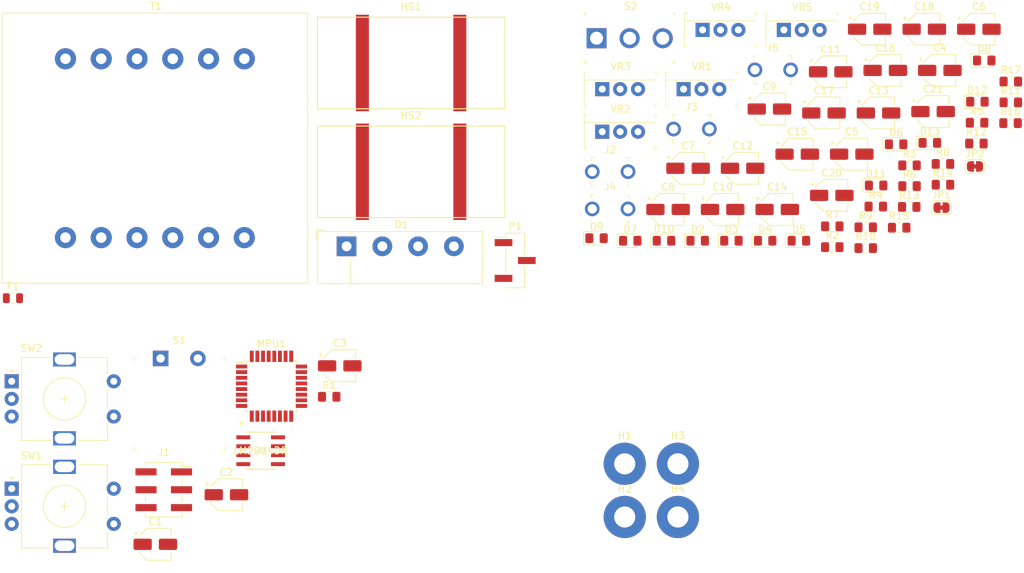
<source format=kicad_pcb>
(kicad_pcb (version 20171130) (host pcbnew "(5.1.4)-1")
  (layers (0 F.Cu signal) (31 B.Cu signal) (34 B.Paste user) (35 F.Paste user) (36 B.SilkS user) (37 F.SilkS user) (38 B.Mask user) (39 F.Mask user) (44 Edge.Cuts user))
  (net 0 "")
  (net 1 /PowerRegulation/PWR_AFT_SW)
  (net 2 +5V)
  (net 3 +3V3)
  (net 4 /PowerRegulation/Vo1)
  (net 5 /PowerRegulation/Vo2)
  (net 6 "/Digital Control and Display/Vo1_POP")
  (net 7 "/Digital Control and Display/Vo2_POP")
  (net 8 Earth)
  (net 9 "/Digital Control and Display/3.3v_D")
  (net 10 "Net-(C11-Pad1)")
  (net 11 "Net-(C12-Pad1)")
  (net 12 "Net-(C15-Pad1)")
  (net 13 "/Full Bridge Rectifier/RAIL+")
  (net 14 "/Full Bridge Rectifier/RAIL-")
  (net 15 "Net-(D1-Pad3)")
  (net 16 "Net-(D1-Pad4)")
  (net 17 "Net-(D4-Pad2)")
  (net 18 "Net-(D7-Pad2)")
  (net 19 "Net-(F1-Pad2)")
  (net 20 "Net-(F1-Pad1)")
  (net 21 "Net-(HS1-Pad1)")
  (net 22 "Net-(HS2-Pad1)")
  (net 23 "Net-(J1-Pad6)")
  (net 24 "Net-(J1-Pad5)")
  (net 25 "Net-(J1-Pad4)")
  (net 26 "Net-(J1-Pad3)")
  (net 27 "Net-(J1-Pad2)")
  (net 28 "Net-(J1-Pad1)")
  (net 29 "Net-(J2-Pad1)")
  (net 30 "Net-(J3-Pad1)")
  (net 31 "Net-(MPU1-Pad31)")
  (net 32 "Net-(MPU1-Pad28)")
  (net 33 "Net-(MPU1-Pad27)")
  (net 34 "Net-(MPU1-Pad26)")
  (net 35 "Net-(MPU1-Pad25)")
  (net 36 "Net-(MPU1-Pad24)")
  (net 37 "Net-(MPU1-Pad23)")
  (net 38 "Net-(MPU1-Pad22)")
  (net 39 "Net-(MPU1-Pad5)")
  (net 40 "Net-(MPU1-Pad2)")
  (net 41 "Net-(P1-Pad2)")
  (net 42 /PowerRegulation/RAIL+)
  (net 43 "Net-(R3-Pad2)")
  (net 44 "Net-(R7-Pad1)")
  (net 45 "/Digital Control and Display/Vo2_MES")
  (net 46 "/Digital Control and Display/Vo1_MES")
  (module MountingHole:MountingHole_3mm_Pad (layer F.Cu) (at 165.665 109.785)
    (fp_text reference H4 (at 0 -4) (layer F.SilkS))
    (fp_text value MountingHole_Pad)
    (pad 1 thru_hole circle (at 0 0) (size 6 6) (drill 3) (layers *.Cu *.Mask) (net 8 Earth))
  )
  (module MountingHole:MountingHole_3mm_Pad (layer F.Cu) (at 165.665 102.235)
    (fp_text reference H3 (at 0 -4) (layer F.SilkS))
    (fp_text value MountingHole_Pad)
    (pad 1 thru_hole circle (at 0 0) (size 6 6) (drill 3) (layers *.Cu *.Mask) (net 8 Earth))
  )
  (module MountingHole:MountingHole_3mm_Pad (layer F.Cu) (at 158.115 109.785)
    (fp_text reference H2 (at 0 -4) (layer F.SilkS))
    (fp_text value MountingHole_Pad)
    (pad 1 thru_hole circle (at 0 0) (size 6 6) (drill 3) (layers *.Cu *.Mask) (net 8 Earth))
  )
  (module MountingHole:MountingHole_3mm_Pad (layer F.Cu) (at 158.115 102.235)
    (fp_text reference H1 (at 0 -4) (layer F.SilkS))
    (fp_text value MountingHole_Pad)
    (pad 1 thru_hole circle (at 0 0) (size 6 6) (drill 3) (layers *.Cu *.Mask) (net 8 Earth))
  )
  (module digikey-footprints:TO-220-3 (layer F.Cu) (at 180.72 40.605)
    (fp_text reference VR5 (at 2.62 -3.22) (layer F.SilkS))
    (fp_text value LM317T)
    (pad 3 thru_hole circle (at 5.08 0) (size 2 2) (drill 1) (layers *.Cu *.Mask) (net 1 /PowerRegulation/PWR_AFT_SW))
    (pad 2 thru_hole circle (at 2.54 0) (size 2 2) (drill 1) (layers *.Cu *.Mask) (net 5 /PowerRegulation/Vo2))
    (pad 1 thru_hole rect (at 0 0) (size 2 2) (drill 1) (layers *.Cu *.Mask) (net 8 Earth))
  )
  (module digikey-footprints:TO-220-3 (layer F.Cu) (at 169.17 40.605)
    (fp_text reference VR4 (at 2.62 -3.22) (layer F.SilkS))
    (fp_text value LM317T)
    (pad 3 thru_hole circle (at 5.08 0) (size 2 2) (drill 1) (layers *.Cu *.Mask) (net 1 /PowerRegulation/PWR_AFT_SW))
    (pad 2 thru_hole circle (at 2.54 0) (size 2 2) (drill 1) (layers *.Cu *.Mask) (net 4 /PowerRegulation/Vo1))
    (pad 1 thru_hole rect (at 0 0) (size 2 2) (drill 1) (layers *.Cu *.Mask) (net 8 Earth))
  )
  (module digikey-footprints:TO-220-3 (layer F.Cu) (at 154.92 49.015)
    (fp_text reference VR3 (at 2.62 -3.22) (layer F.SilkS))
    (fp_text value LM317T)
    (pad 3 thru_hole circle (at 5.08 0) (size 2 2) (drill 1) (layers *.Cu *.Mask) (net 2 +5V))
    (pad 2 thru_hole circle (at 2.54 0) (size 2 2) (drill 1) (layers *.Cu *.Mask) (net 9 "/Digital Control and Display/3.3v_D"))
    (pad 1 thru_hole rect (at 0 0) (size 2 2) (drill 1) (layers *.Cu *.Mask) (net 12 "Net-(C15-Pad1)"))
  )
  (module digikey-footprints:TO-220-3 (layer F.Cu) (at 154.92 55.065)
    (fp_text reference VR2 (at 2.62 -3.22) (layer F.SilkS))
    (fp_text value LM317T)
    (pad 3 thru_hole circle (at 5.08 0) (size 2 2) (drill 1) (layers *.Cu *.Mask) (net 2 +5V))
    (pad 2 thru_hole circle (at 2.54 0) (size 2 2) (drill 1) (layers *.Cu *.Mask) (net 3 +3V3))
    (pad 1 thru_hole rect (at 0 0) (size 2 2) (drill 1) (layers *.Cu *.Mask) (net 11 "Net-(C12-Pad1)"))
  )
  (module digikey-footprints:TO-220-3 (layer F.Cu) (at 166.47 49.015)
    (fp_text reference VR1 (at 2.62 -3.22) (layer F.SilkS))
    (fp_text value LM317T)
    (pad 3 thru_hole circle (at 5.08 0) (size 2 2) (drill 1) (layers *.Cu *.Mask) (net 1 /PowerRegulation/PWR_AFT_SW))
    (pad 2 thru_hole circle (at 2.54 0) (size 2 2) (drill 1) (layers *.Cu *.Mask) (net 2 +5V))
    (pad 1 thru_hole rect (at 0 0) (size 2 2) (drill 1) (layers *.Cu *.Mask) (net 10 "Net-(C11-Pad1)"))
  )
  (module footprints:LM2904DR (layer F.Cu) (at 106.3996 100.3721)
    (fp_text reference U1 (at 0 0) (layer F.SilkS))
    (fp_text value LM2904DR (at 0 0) (layer F.SilkS))
    (fp_text user * (at -2.7178 -3.6068) (layer F.SilkS))
    (pad 8 smd rect (at 2.4638 -1.905) (size 1.9812 0.5588) (layers F.Cu F.Paste F.Mask) (net 2 +5V))
    (pad 7 smd rect (at 2.4638 -0.635) (size 1.9812 0.5588) (layers F.Cu F.Paste F.Mask) (net 7 "/Digital Control and Display/Vo2_POP"))
    (pad 6 smd rect (at 2.4638 0.635) (size 1.9812 0.5588) (layers F.Cu F.Paste F.Mask) (net 7 "/Digital Control and Display/Vo2_POP"))
    (pad 5 smd rect (at 2.4638 1.905) (size 1.9812 0.5588) (layers F.Cu F.Paste F.Mask) (net 45 "/Digital Control and Display/Vo2_MES"))
    (pad 4 smd rect (at -2.4638 1.905) (size 1.9812 0.5588) (layers F.Cu F.Paste F.Mask) (net 8 Earth))
    (pad 3 smd rect (at -2.4638 0.635) (size 1.9812 0.5588) (layers F.Cu F.Paste F.Mask) (net 46 "/Digital Control and Display/Vo1_MES"))
    (pad 2 smd rect (at -2.4638 -0.635) (size 1.9812 0.5588) (layers F.Cu F.Paste F.Mask) (net 6 "/Digital Control and Display/Vo1_POP"))
    (pad 1 smd rect (at -2.4638 -1.905) (size 1.9812 0.5588) (layers F.Cu F.Paste F.Mask) (net 6 "/Digital Control and Display/Vo1_POP"))
  )
  (module Transformer_THT:Transformer_37x44 (layer F.Cu) (at 83.76 44.705)
    (fp_text reference T1 (at 7.75 -7.5) (layer F.SilkS))
    (fp_text value Transformer_1P_1S)
    (pad "" thru_hole circle (at 20.32 25.4) (size 3 3) (drill 1.5) (layers *.Cu *.Mask))
    (pad "" thru_hole circle (at 15.24 25.4) (size 3 3) (drill 1.5) (layers *.Cu *.Mask))
    (pad "" thru_hole circle (at 10.16 25.4) (size 3 3) (drill 1.5) (layers *.Cu *.Mask))
    (pad "" thru_hole circle (at 0 25.4) (size 3 3) (drill 1.5) (layers *.Cu *.Mask))
    (pad "" thru_hole circle (at 15.24 0) (size 3 3) (drill 1.5) (layers *.Cu *.Mask))
    (pad "" thru_hole circle (at 10.16 0) (size 3 3) (drill 1.5) (layers *.Cu *.Mask))
    (pad "" thru_hole circle (at 5.08 0) (size 3 3) (drill 1.5) (layers *.Cu *.Mask))
    (pad "" thru_hole circle (at -5.08 0) (size 3 3) (drill 1.5) (layers *.Cu *.Mask))
    (pad 1 thru_hole circle (at 0 0) (size 3 3) (drill 1.5) (layers *.Cu *.Mask) (net 20 "Net-(F1-Pad1)"))
    (pad 3 thru_hole circle (at 5.08 25.4) (size 3 3) (drill 1.5) (layers *.Cu *.Mask) (net 16 "Net-(D1-Pad4)"))
    (pad 4 thru_hole circle (at -5.08 25.4) (size 3 3) (drill 1.5) (layers *.Cu *.Mask) (net 15 "Net-(D1-Pad3)"))
    (pad 2 thru_hole circle (at 20.32 0) (size 3 3) (drill 1.5) (layers *.Cu *.Mask) (net 41 "Net-(P1-Pad2)"))
  )
  (module Rotary_Encoder:RotaryEncoder_Alps_EC11E-Switch_Vertical_H20mm (layer F.Cu) (at 71.04 90.515)
    (fp_text reference SW2 (at 2.8 -4.7) (layer F.SilkS))
    (fp_text value "RE Switch B")
    (pad A thru_hole rect (at 0 0) (size 2 2) (drill 1) (layers *.Cu *.Mask) (net 38 "Net-(MPU1-Pad22)"))
    (pad C thru_hole circle (at 0 2.5) (size 2 2) (drill 1) (layers *.Cu *.Mask) (net 37 "Net-(MPU1-Pad23)"))
    (pad B thru_hole circle (at 0 5) (size 2 2) (drill 1) (layers *.Cu *.Mask) (net 36 "Net-(MPU1-Pad24)"))
    (pad MP thru_hole rect (at 7.5 -3.1) (size 3.2 2) (drill oval 2.8 1.5) (layers *.Cu *.Mask))
    (pad MP thru_hole rect (at 7.5 8.1) (size 3.2 2) (drill oval 2.8 1.5) (layers *.Cu *.Mask))
    (pad S2 thru_hole circle (at 14.5 0) (size 2 2) (drill 1) (layers *.Cu *.Mask) (net 34 "Net-(MPU1-Pad26)"))
    (pad S1 thru_hole circle (at 14.5 5) (size 2 2) (drill 1) (layers *.Cu *.Mask) (net 35 "Net-(MPU1-Pad25)"))
  )
  (module Rotary_Encoder:RotaryEncoder_Alps_EC11E-Switch_Vertical_H20mm (layer F.Cu) (at 71.04 105.765)
    (fp_text reference SW1 (at 2.8 -4.7) (layer F.SilkS))
    (fp_text value "RE Switch A")
    (pad A thru_hole rect (at 0 0) (size 2 2) (drill 1) (layers *.Cu *.Mask) (net 39 "Net-(MPU1-Pad5)"))
    (pad C thru_hole circle (at 0 2.5) (size 2 2) (drill 1) (layers *.Cu *.Mask) (net 40 "Net-(MPU1-Pad2)"))
    (pad B thru_hole circle (at 0 5) (size 2 2) (drill 1) (layers *.Cu *.Mask) (net 31 "Net-(MPU1-Pad31)"))
    (pad MP thru_hole rect (at 7.5 -3.1) (size 3.2 2) (drill oval 2.8 1.5) (layers *.Cu *.Mask))
    (pad MP thru_hole rect (at 7.5 8.1) (size 3.2 2) (drill oval 2.8 1.5) (layers *.Cu *.Mask))
    (pad S2 thru_hole circle (at 14.5 0) (size 2 2) (drill 1) (layers *.Cu *.Mask) (net 33 "Net-(MPU1-Pad27)"))
    (pad S1 thru_hole circle (at 14.5 5) (size 2 2) (drill 1) (layers *.Cu *.Mask) (net 32 "Net-(MPU1-Pad28)"))
  )
  (module digikey-footprints:Toggle_Switch_100SP1T1B4M2QE (layer F.Cu) (at 154.11 41.785)
    (fp_text reference S2 (at 4.84 -4.55) (layer F.SilkS))
    (fp_text value 100SP1T1B4M2QE)
    (pad 3 thru_hole circle (at 9.4 0) (size 2.85 2.85) (drill 1.85) (layers *.Cu *.Mask) (net 42 /PowerRegulation/RAIL+))
    (pad 2 thru_hole circle (at 4.7 0) (size 2.85 2.85) (drill 1.85) (layers *.Cu *.Mask) (net 1 /PowerRegulation/PWR_AFT_SW))
    (pad 1 thru_hole rect (at 0 0) (size 2.85 2.85) (drill 1.85) (layers *.Cu *.Mask) (net 43 "Net-(R3-Pad2)"))
  )
  (module digikey-footprints:PushButton_12x12mm_THT_GPTS203211B (layer F.Cu) (at 92.19 87.265)
    (fp_text reference S1 (at 2.65 -2.57) (layer F.SilkS))
    (fp_text value GPTS203211B)
    (pad 2 thru_hole circle (at 5.3 0) (size 2.2 2.2) (drill 1.2) (layers *.Cu *.Mask) (net 26 "Net-(J1-Pad3)"))
    (pad 1 thru_hole rect (at 0 0) (size 2.2 2.2) (drill 1.2) (layers *.Cu *.Mask) (net 8 Earth))
  )
  (module Resistor_SMD:R_0805_2012Metric_Pad1.15x1.40mm_HandSolder (layer F.Cu) (at 212.95 47.945)
    (fp_text reference R17 (at 0 -1.65) (layer F.SilkS))
    (fp_text value 370)
    (pad 2 smd roundrect (at 1.025 0) (size 1.15 1.4) (layers F.Cu F.Paste F.Mask) (roundrect_rratio 0.217391) (net 12 "Net-(C15-Pad1)"))
    (pad 1 smd roundrect (at -1.025 0) (size 1.15 1.4) (layers F.Cu F.Paste F.Mask) (roundrect_rratio 0.217391) (net 8 Earth))
  )
  (module Resistor_SMD:R_0805_2012Metric_Pad1.15x1.40mm_HandSolder (layer F.Cu) (at 212.91 53.845)
    (fp_text reference R16 (at 0 -1.65) (layer F.SilkS))
    (fp_text value 240)
    (pad 2 smd roundrect (at 1.025 0) (size 1.15 1.4) (layers F.Cu F.Paste F.Mask) (roundrect_rratio 0.217391) (net 8 Earth))
    (pad 1 smd roundrect (at -1.025 0) (size 1.15 1.4) (layers F.Cu F.Paste F.Mask) (roundrect_rratio 0.217391) (net 5 /PowerRegulation/Vo2))
  )
  (module Resistor_SMD:R_0805_2012Metric_Pad1.15x1.40mm_HandSolder (layer F.Cu) (at 197.09 68.695)
    (fp_text reference R15 (at 0 -1.65) (layer F.SilkS))
    (fp_text value 240)
    (pad 2 smd roundrect (at 1.025 0) (size 1.15 1.4) (layers F.Cu F.Paste F.Mask) (roundrect_rratio 0.217391) (net 8 Earth))
    (pad 1 smd roundrect (at -1.025 0) (size 1.15 1.4) (layers F.Cu F.Paste F.Mask) (roundrect_rratio 0.217391) (net 4 /PowerRegulation/Vo1))
  )
  (module Resistor_SMD:R_0805_2012Metric_Pad1.15x1.40mm_HandSolder (layer F.Cu) (at 203.31 62.595)
    (fp_text reference R14 (at 0 -1.65) (layer F.SilkS))
    (fp_text value 1Ω)
    (pad 2 smd roundrect (at 1.025 0) (size 1.15 1.4) (layers F.Cu F.Paste F.Mask) (roundrect_rratio 0.217391) (net 4 /PowerRegulation/Vo1))
    (pad 1 smd roundrect (at -1.025 0) (size 1.15 1.4) (layers F.Cu F.Paste F.Mask) (roundrect_rratio 0.217391) (net 46 "/Digital Control and Display/Vo1_MES"))
  )
  (module Resistor_SMD:R_0805_2012Metric_Pad1.15x1.40mm_HandSolder (layer F.Cu) (at 198.52 65.745)
    (fp_text reference R13 (at 0 -1.65) (layer F.SilkS))
    (fp_text value 1Ω)
    (pad 2 smd roundrect (at 1.025 0) (size 1.15 1.4) (layers F.Cu F.Paste F.Mask) (roundrect_rratio 0.217391) (net 5 /PowerRegulation/Vo2))
    (pad 1 smd roundrect (at -1.025 0) (size 1.15 1.4) (layers F.Cu F.Paste F.Mask) (roundrect_rratio 0.217391) (net 45 "/Digital Control and Display/Vo2_MES"))
  )
  (module Resistor_SMD:R_0805_2012Metric_Pad1.15x1.40mm_HandSolder (layer F.Cu) (at 208.06 56.745)
    (fp_text reference R12 (at 0 -1.65) (layer F.SilkS))
    (fp_text value 240)
    (pad 2 smd roundrect (at 1.025 0) (size 1.15 1.4) (layers F.Cu F.Paste F.Mask) (roundrect_rratio 0.217391) (net 12 "Net-(C15-Pad1)"))
    (pad 1 smd roundrect (at -1.025 0) (size 1.15 1.4) (layers F.Cu F.Paste F.Mask) (roundrect_rratio 0.217391) (net 9 "/Digital Control and Display/3.3v_D"))
  )
  (module Resistor_SMD:R_0805_2012Metric_Pad1.15x1.40mm_HandSolder (layer F.Cu) (at 212.95 50.895)
    (fp_text reference R11 (at 0 -1.65) (layer F.SilkS))
    (fp_text value 1Ω)
    (pad 2 smd roundrect (at 1.025 0) (size 1.15 1.4) (layers F.Cu F.Paste F.Mask) (roundrect_rratio 0.217391) (net 46 "/Digital Control and Display/Vo1_MES"))
    (pad 1 smd roundrect (at -1.025 0) (size 1.15 1.4) (layers F.Cu F.Paste F.Mask) (roundrect_rratio 0.217391) (net 8 Earth))
  )
  (module Resistor_SMD:R_0805_2012Metric_Pad1.15x1.40mm_HandSolder (layer F.Cu) (at 192.34 71.595)
    (fp_text reference R10 (at 0 -1.65) (layer F.SilkS))
    (fp_text value 1Ω)
    (pad 2 smd roundrect (at 1.025 0) (size 1.15 1.4) (layers F.Cu F.Paste F.Mask) (roundrect_rratio 0.217391) (net 45 "/Digital Control and Display/Vo2_MES"))
    (pad 1 smd roundrect (at -1.025 0) (size 1.15 1.4) (layers F.Cu F.Paste F.Mask) (roundrect_rratio 0.217391) (net 8 Earth))
  )
  (module Resistor_SMD:R_0805_2012Metric_Pad1.15x1.40mm_HandSolder (layer F.Cu) (at 192.34 68.645)
    (fp_text reference R9 (at 0 -1.65) (layer F.SilkS))
    (fp_text value 370)
    (pad 2 smd roundrect (at 1.025 0) (size 1.15 1.4) (layers F.Cu F.Paste F.Mask) (roundrect_rratio 0.217391) (net 11 "Net-(C12-Pad1)"))
    (pad 1 smd roundrect (at -1.025 0) (size 1.15 1.4) (layers F.Cu F.Paste F.Mask) (roundrect_rratio 0.217391) (net 8 Earth))
  )
  (module Resistor_SMD:R_0805_2012Metric_Pad1.15x1.40mm_HandSolder (layer F.Cu) (at 203.31 59.645)
    (fp_text reference R8 (at 0 -1.65) (layer F.SilkS))
    (fp_text value 360)
    (pad 2 smd roundrect (at 1.025 0) (size 1.15 1.4) (layers F.Cu F.Paste F.Mask) (roundrect_rratio 0.217391) (net 44 "Net-(R7-Pad1)"))
    (pad 1 smd roundrect (at -1.025 0) (size 1.15 1.4) (layers F.Cu F.Paste F.Mask) (roundrect_rratio 0.217391) (net 8 Earth))
  )
  (module Resistor_SMD:R_0805_2012Metric_Pad1.15x1.40mm_HandSolder (layer F.Cu) (at 187.59 68.505)
    (fp_text reference R7 (at 0 -1.65) (layer F.SilkS))
    (fp_text value 330)
    (pad 2 smd roundrect (at 1.025 0) (size 1.15 1.4) (layers F.Cu F.Paste F.Mask) (roundrect_rratio 0.217391) (net 10 "Net-(C11-Pad1)"))
    (pad 1 smd roundrect (at -1.025 0) (size 1.15 1.4) (layers F.Cu F.Paste F.Mask) (roundrect_rratio 0.217391) (net 44 "Net-(R7-Pad1)"))
  )
  (module Resistor_SMD:R_0805_2012Metric_Pad1.15x1.40mm_HandSolder (layer F.Cu) (at 198.56 62.795)
    (fp_text reference R6 (at 0 -1.65) (layer F.SilkS))
    (fp_text value 240)
    (pad 2 smd roundrect (at 1.025 0) (size 1.15 1.4) (layers F.Cu F.Paste F.Mask) (roundrect_rratio 0.217391) (net 11 "Net-(C12-Pad1)"))
    (pad 1 smd roundrect (at -1.025 0) (size 1.15 1.4) (layers F.Cu F.Paste F.Mask) (roundrect_rratio 0.217391) (net 3 +3V3))
  )
  (module Resistor_SMD:R_0805_2012Metric_Pad1.15x1.40mm_HandSolder (layer F.Cu) (at 208.16 53.795)
    (fp_text reference R5 (at 0 -1.65) (layer F.SilkS))
    (fp_text value 240)
    (pad 2 smd roundrect (at 1.025 0) (size 1.15 1.4) (layers F.Cu F.Paste F.Mask) (roundrect_rratio 0.217391) (net 10 "Net-(C11-Pad1)"))
    (pad 1 smd roundrect (at -1.025 0) (size 1.15 1.4) (layers F.Cu F.Paste F.Mask) (roundrect_rratio 0.217391) (net 2 +5V))
  )
  (module Resistor_SMD:R_0805_2012Metric_Pad1.15x1.40mm_HandSolder (layer F.Cu) (at 193.77 65.695)
    (fp_text reference R4 (at 0 -1.65) (layer F.SilkS))
    (fp_text value 680)
    (pad 2 smd roundrect (at 1.025 0) (size 1.15 1.4) (layers F.Cu F.Paste F.Mask) (roundrect_rratio 0.217391) (net 1 /PowerRegulation/PWR_AFT_SW))
    (pad 1 smd roundrect (at -1.025 0) (size 1.15 1.4) (layers F.Cu F.Paste F.Mask) (roundrect_rratio 0.217391) (net 18 "Net-(D7-Pad2)"))
  )
  (module Resistor_SMD:R_0805_2012Metric_Pad1.15x1.40mm_HandSolder (layer F.Cu) (at 198.56 59.845)
    (fp_text reference R3 (at 0 -1.65) (layer F.SilkS))
    (fp_text value 100K)
    (pad 2 smd roundrect (at 1.025 0) (size 1.15 1.4) (layers F.Cu F.Paste F.Mask) (roundrect_rratio 0.217391) (net 43 "Net-(R3-Pad2)"))
    (pad 1 smd roundrect (at -1.025 0) (size 1.15 1.4) (layers F.Cu F.Paste F.Mask) (roundrect_rratio 0.217391) (net 8 Earth))
  )
  (module Resistor_SMD:R_0805_2012Metric_Pad1.15x1.40mm_HandSolder (layer F.Cu) (at 187.59 71.455)
    (fp_text reference R2 (at 0 -1.65) (layer F.SilkS))
    (fp_text value 680)
    (pad 2 smd roundrect (at 1.025 0) (size 1.15 1.4) (layers F.Cu F.Paste F.Mask) (roundrect_rratio 0.217391) (net 42 /PowerRegulation/RAIL+))
    (pad 1 smd roundrect (at -1.025 0) (size 1.15 1.4) (layers F.Cu F.Paste F.Mask) (roundrect_rratio 0.217391) (net 17 "Net-(D4-Pad2)"))
  )
  (module Resistor_SMD:R_0805_2012Metric_Pad1.15x1.40mm_HandSolder (layer F.Cu) (at 116.14 92.715)
    (fp_text reference R1 (at 0 -1.65) (layer F.SilkS))
    (fp_text value 2k)
    (pad 2 smd roundrect (at 1.025 0) (size 1.15 1.4) (layers F.Cu F.Paste F.Mask) (roundrect_rratio 0.217391) (net 26 "Net-(J1-Pad3)"))
    (pad 1 smd roundrect (at -1.025 0) (size 1.15 1.4) (layers F.Cu F.Paste F.Mask) (roundrect_rratio 0.217391) (net 9 "/Digital Control and Display/3.3v_D"))
  )
  (module Connector_PinHeader_2.54mm:PinHeader_1x03_P2.54mm_Vertical_SMD_Pin1Left (layer F.Cu) (at 142.55 73.355)
    (fp_text reference P1 (at 0 -4.87) (layer F.SilkS))
    (fp_text value Conn_WallPlug_Earth)
    (pad 2 smd rect (at 1.655 0) (size 2.51 1) (layers F.Cu F.Paste F.Mask) (net 41 "Net-(P1-Pad2)"))
    (pad 3 smd rect (at -1.655 2.54) (size 2.51 1) (layers F.Cu F.Paste F.Mask) (net 8 Earth))
    (pad 1 smd rect (at -1.655 -2.54) (size 2.51 1) (layers F.Cu F.Paste F.Mask) (net 19 "Net-(F1-Pad2)"))
  )
  (module Package_QFP:TQFP-32_7x7mm_P0.8mm (layer F.Cu) (at 107.94 91.215)
    (fp_text reference MPU1 (at 0 -6.05) (layer F.SilkS))
    (fp_text value ATxmega32E5-AU)
    (pad 32 smd rect (at -2.8 -4.25 90) (size 1.6 0.55) (layers F.Cu F.Paste F.Mask) (net 9 "/Digital Control and Display/3.3v_D"))
    (pad 31 smd rect (at -2 -4.25 90) (size 1.6 0.55) (layers F.Cu F.Paste F.Mask) (net 31 "Net-(MPU1-Pad31)"))
    (pad 30 smd rect (at -1.2 -4.25 90) (size 1.6 0.55) (layers F.Cu F.Paste F.Mask) (net 6 "/Digital Control and Display/Vo1_POP"))
    (pad 29 smd rect (at -0.4 -4.25 90) (size 1.6 0.55) (layers F.Cu F.Paste F.Mask) (net 7 "/Digital Control and Display/Vo2_POP"))
    (pad 28 smd rect (at 0.4 -4.25 90) (size 1.6 0.55) (layers F.Cu F.Paste F.Mask) (net 32 "Net-(MPU1-Pad28)"))
    (pad 27 smd rect (at 1.2 -4.25 90) (size 1.6 0.55) (layers F.Cu F.Paste F.Mask) (net 33 "Net-(MPU1-Pad27)"))
    (pad 26 smd rect (at 2 -4.25 90) (size 1.6 0.55) (layers F.Cu F.Paste F.Mask) (net 34 "Net-(MPU1-Pad26)"))
    (pad 25 smd rect (at 2.8 -4.25 90) (size 1.6 0.55) (layers F.Cu F.Paste F.Mask) (net 35 "Net-(MPU1-Pad25)"))
    (pad 24 smd rect (at 4.25 -2.8) (size 1.6 0.55) (layers F.Cu F.Paste F.Mask) (net 36 "Net-(MPU1-Pad24)"))
    (pad 23 smd rect (at 4.25 -2) (size 1.6 0.55) (layers F.Cu F.Paste F.Mask) (net 37 "Net-(MPU1-Pad23)"))
    (pad 22 smd rect (at 4.25 -1.2) (size 1.6 0.55) (layers F.Cu F.Paste F.Mask) (net 38 "Net-(MPU1-Pad22)"))
    (pad 21 smd rect (at 4.25 -0.4) (size 1.6 0.55) (layers F.Cu F.Paste F.Mask) (net 8 Earth))
    (pad 20 smd rect (at 4.25 0.4) (size 1.6 0.55) (layers F.Cu F.Paste F.Mask) (net 27 "Net-(J1-Pad2)"))
    (pad 19 smd rect (at 4.25 1.2) (size 1.6 0.55) (layers F.Cu F.Paste F.Mask) (net 25 "Net-(J1-Pad4)"))
    (pad 18 smd rect (at 4.25 2) (size 1.6 0.55) (layers F.Cu F.Paste F.Mask) (net 8 Earth))
    (pad 17 smd rect (at 4.25 2.8) (size 1.6 0.55) (layers F.Cu F.Paste F.Mask) (net 3 +3V3))
    (pad 16 smd rect (at 2.8 4.25 90) (size 1.6 0.55) (layers F.Cu F.Paste F.Mask) (net 8 Earth))
    (pad 15 smd rect (at 2 4.25 90) (size 1.6 0.55) (layers F.Cu F.Paste F.Mask) (net 8 Earth))
    (pad 14 smd rect (at 1.2 4.25 90) (size 1.6 0.55) (layers F.Cu F.Paste F.Mask) (net 8 Earth))
    (pad 13 smd rect (at 0.4 4.25 90) (size 1.6 0.55) (layers F.Cu F.Paste F.Mask) (net 8 Earth))
    (pad 12 smd rect (at -0.4 4.25 90) (size 1.6 0.55) (layers F.Cu F.Paste F.Mask) (net 8 Earth))
    (pad 11 smd rect (at -1.2 4.25 90) (size 1.6 0.55) (layers F.Cu F.Paste F.Mask) (net 8 Earth))
    (pad 10 smd rect (at -2 4.25 90) (size 1.6 0.55) (layers F.Cu F.Paste F.Mask) (net 8 Earth))
    (pad 9 smd rect (at -2.8 4.25 90) (size 1.6 0.55) (layers F.Cu F.Paste F.Mask) (net 8 Earth))
    (pad 8 smd rect (at -4.25 2.8) (size 1.6 0.55) (layers F.Cu F.Paste F.Mask) (net 26 "Net-(J1-Pad3)"))
    (pad 7 smd rect (at -4.25 2) (size 1.6 0.55) (layers F.Cu F.Paste F.Mask) (net 28 "Net-(J1-Pad1)"))
    (pad 6 smd rect (at -4.25 1.2) (size 1.6 0.55) (layers F.Cu F.Paste F.Mask) (net 8 Earth))
    (pad 5 smd rect (at -4.25 0.4) (size 1.6 0.55) (layers F.Cu F.Paste F.Mask) (net 39 "Net-(MPU1-Pad5)"))
    (pad 4 smd rect (at -4.25 -0.4) (size 1.6 0.55) (layers F.Cu F.Paste F.Mask) (net 8 Earth))
    (pad 3 smd rect (at -4.25 -1.2) (size 1.6 0.55) (layers F.Cu F.Paste F.Mask) (net 8 Earth))
    (pad 2 smd rect (at -4.25 -2) (size 1.6 0.55) (layers F.Cu F.Paste F.Mask) (net 40 "Net-(MPU1-Pad2)"))
    (pad 1 smd rect (at -4.25 -2.8) (size 1.6 0.55) (layers F.Cu F.Paste F.Mask) (net 8 Earth))
  )
  (module Jumper:SolderJumper-2_P1.3mm_Bridged_RoundedPad1.0x1.5mm (layer F.Cu) (at 207.86 59.995)
    (fp_text reference JP2 (at 0 -1.8) (layer F.SilkS))
    (fp_text value Jumper_NC_Small)
    (fp_poly (pts (xy 0.25 -0.3) (xy -0.25 -0.3) (xy -0.25 0.3) (xy 0.25 0.3)) (layer F.Cu) (width 0))
    (pad 1 smd custom (at -0.65 0) (size 1 0.5) (layers F.Cu F.Mask) (net 30 "Net-(J3-Pad1)") (options (clearance outline) (anchor rect)) (primitives (gr_circle (center 0 0.25) (end 0.5 0.25) (width 0)) (gr_circle (center 0 -0.25) (end 0.5 -0.25) (width 0)) (gr_poly (pts (xy 0 -0.75) (xy 0.5 -0.75) (xy 0.5 0.75) (xy 0 0.75)) (width 0))))
    (pad 2 smd custom (at 0.65 0) (size 1 0.5) (layers F.Cu F.Mask) (net 5 /PowerRegulation/Vo2) (options (clearance outline) (anchor rect)) (primitives (gr_circle (center 0 0.25) (end 0.5 0.25) (width 0)) (gr_circle (center 0 -0.25) (end 0.5 -0.25) (width 0)) (gr_poly (pts (xy 0 -0.75) (xy -0.5 -0.75) (xy -0.5 0.75) (xy 0 0.75)) (width 0))))
  )
  (module Jumper:SolderJumper-2_P1.3mm_Bridged_RoundedPad1.0x1.5mm (layer F.Cu) (at 203.11 65.845)
    (fp_text reference JP1 (at 0 -1.8) (layer F.SilkS))
    (fp_text value Jumper_NC_Small)
    (fp_poly (pts (xy 0.25 -0.3) (xy -0.25 -0.3) (xy -0.25 0.3) (xy 0.25 0.3)) (layer F.Cu) (width 0))
    (pad 1 smd custom (at -0.65 0) (size 1 0.5) (layers F.Cu F.Mask) (net 29 "Net-(J2-Pad1)") (options (clearance outline) (anchor rect)) (primitives (gr_circle (center 0 0.25) (end 0.5 0.25) (width 0)) (gr_circle (center 0 -0.25) (end 0.5 -0.25) (width 0)) (gr_poly (pts (xy 0 -0.75) (xy 0.5 -0.75) (xy 0.5 0.75) (xy 0 0.75)) (width 0))))
    (pad 2 smd custom (at 0.65 0) (size 1 0.5) (layers F.Cu F.Mask) (net 4 /PowerRegulation/Vo1) (options (clearance outline) (anchor rect)) (primitives (gr_circle (center 0 0.25) (end 0.5 0.25) (width 0)) (gr_circle (center 0 -0.25) (end 0.5 -0.25) (width 0)) (gr_poly (pts (xy 0 -0.75) (xy -0.5 -0.75) (xy -0.5 0.75) (xy 0 0.75)) (width 0))))
  )
  (module digikey-footprints:Test_Jack_Horiz (layer F.Cu) (at 179.14 46.275)
    (fp_text reference J5 (at 0 -3.13) (layer F.SilkS))
    (fp_text value 105-1103-001)
    (pad 1 thru_hole circle (at 2.54 0) (size 2.0828 2.0828) (drill 1.3208) (layers *.Cu *.Mask) (net 8 Earth))
    (pad 1 thru_hole circle (at -2.54 0) (size 2.0828 2.0828) (drill 1.3208) (layers *.Cu *.Mask) (net 8 Earth))
  )
  (module digikey-footprints:Test_Jack_Horiz (layer F.Cu) (at 156.04 66.025)
    (fp_text reference J4 (at 0 -3.13) (layer F.SilkS))
    (fp_text value 105-1103-001)
    (pad 1 thru_hole circle (at 2.54 0) (size 2.0828 2.0828) (drill 1.3208) (layers *.Cu *.Mask) (net 8 Earth))
    (pad 1 thru_hole circle (at -2.54 0) (size 2.0828 2.0828) (drill 1.3208) (layers *.Cu *.Mask) (net 8 Earth))
  )
  (module digikey-footprints:Test_Jack_Horiz (layer F.Cu) (at 167.59 54.685)
    (fp_text reference J3 (at 0 -3.13) (layer F.SilkS))
    (fp_text value 105-1102-001)
    (pad 1 thru_hole circle (at 2.54 0) (size 2.0828 2.0828) (drill 1.3208) (layers *.Cu *.Mask) (net 30 "Net-(J3-Pad1)"))
    (pad 1 thru_hole circle (at -2.54 0) (size 2.0828 2.0828) (drill 1.3208) (layers *.Cu *.Mask) (net 30 "Net-(J3-Pad1)"))
  )
  (module digikey-footprints:Test_Jack_Horiz (layer F.Cu) (at 156.04 60.735)
    (fp_text reference J2 (at 0 -3.13) (layer F.SilkS))
    (fp_text value 105-1102-001)
    (pad 1 thru_hole circle (at 2.54 0) (size 2.0828 2.0828) (drill 1.3208) (layers *.Cu *.Mask) (net 29 "Net-(J2-Pad1)"))
    (pad 1 thru_hole circle (at -2.54 0) (size 2.0828 2.0828) (drill 1.3208) (layers *.Cu *.Mask) (net 29 "Net-(J2-Pad1)"))
  )
  (module Connector_PinSocket_2.54mm:PinSocket_2x03_P2.54mm_Vertical_SMD (layer F.Cu) (at 92.64 105.915)
    (fp_text reference J1 (at 0 -5.31) (layer F.SilkS))
    (fp_text value "Programing Header")
    (pad 6 smd rect (at -2.52 2.54) (size 3 1) (layers F.Cu F.Paste F.Mask) (net 23 "Net-(J1-Pad6)"))
    (pad 5 smd rect (at 2.52 2.54) (size 3 1) (layers F.Cu F.Paste F.Mask) (net 24 "Net-(J1-Pad5)"))
    (pad 4 smd rect (at -2.52 0) (size 3 1) (layers F.Cu F.Paste F.Mask) (net 25 "Net-(J1-Pad4)"))
    (pad 3 smd rect (at 2.52 0) (size 3 1) (layers F.Cu F.Paste F.Mask) (net 26 "Net-(J1-Pad3)"))
    (pad 2 smd rect (at -2.52 -2.54) (size 3 1) (layers F.Cu F.Paste F.Mask) (net 27 "Net-(J1-Pad2)"))
    (pad 1 smd rect (at 2.52 -2.54) (size 3 1) (layers F.Cu F.Paste F.Mask) (net 28 "Net-(J1-Pad1)"))
  )
  (module Heatsink:Heatsink_AAVID_573300D00010G_TO-263 (layer F.Cu) (at 127.77 60.755)
    (fp_text reference HS2 (at 0 -8) (layer F.SilkS))
    (fp_text value Heatsink_Pad)
    (pad 1 smd rect (at -6.92 0) (size 1.85 13.7) (layers F.Cu F.Paste F.Mask) (net 22 "Net-(HS2-Pad1)"))
    (pad 1 smd rect (at 6.92 0) (size 1.85 13.7) (layers F.Cu F.Paste F.Mask) (net 22 "Net-(HS2-Pad1)"))
  )
  (module Heatsink:Heatsink_AAVID_573300D00010G_TO-263 (layer F.Cu) (at 127.77 45.305)
    (fp_text reference HS1 (at 0 -8) (layer F.SilkS))
    (fp_text value Heatsink_Pad)
    (pad 1 smd rect (at -6.92 0) (size 1.85 13.7) (layers F.Cu F.Paste F.Mask) (net 21 "Net-(HS1-Pad1)"))
    (pad 1 smd rect (at 6.92 0) (size 1.85 13.7) (layers F.Cu F.Paste F.Mask) (net 21 "Net-(HS1-Pad1)"))
  )
  (module Fuse:Fuse_0805_2012Metric (layer F.Cu) (at 71.22 78.705)
    (fp_text reference F1 (at 0 -1.65) (layer F.SilkS))
    (fp_text value Fuse)
    (pad 2 smd roundrect (at 0.9375 0) (size 0.975 1.4) (layers F.Cu F.Paste F.Mask) (net 19 "Net-(F1-Pad2)"))
    (pad 1 smd roundrect (at -0.9375 0) (size 0.975 1.4) (layers F.Cu F.Paste F.Mask) (net 20 "Net-(F1-Pad1)"))
  )
  (module Diode_SMD:D_0805_2012Metric_Pad1.15x1.40mm_HandSolder (layer F.Cu) (at 201.445 56.65)
    (fp_text reference D13 (at 0 -1.65) (layer F.SilkS))
    (fp_text value D)
    (pad 2 smd roundrect (at 1.025 0) (size 1.15 1.4) (layers F.Cu F.Paste F.Mask) (roundrect_rratio 0.217391) (net 8 Earth))
    (pad 1 smd roundrect (at -1.025 0) (size 1.15 1.4) (layers F.Cu F.Paste F.Mask) (roundrect_rratio 0.217391) (net 5 /PowerRegulation/Vo2))
  )
  (module Diode_SMD:D_0805_2012Metric_Pad1.15x1.40mm_HandSolder (layer F.Cu) (at 208.205 50.8)
    (fp_text reference D12 (at 0 -1.65) (layer F.SilkS))
    (fp_text value D)
    (pad 2 smd roundrect (at 1.025 0) (size 1.15 1.4) (layers F.Cu F.Paste F.Mask) (roundrect_rratio 0.217391) (net 8 Earth))
    (pad 1 smd roundrect (at -1.025 0) (size 1.15 1.4) (layers F.Cu F.Paste F.Mask) (roundrect_rratio 0.217391) (net 4 /PowerRegulation/Vo1))
  )
  (module Diode_SMD:D_0805_2012Metric_Pad1.15x1.40mm_HandSolder (layer F.Cu) (at 193.815 62.7)
    (fp_text reference D11 (at 0 -1.65) (layer F.SilkS))
    (fp_text value D)
    (pad 2 smd roundrect (at 1.025 0) (size 1.15 1.4) (layers F.Cu F.Paste F.Mask) (roundrect_rratio 0.217391) (net 12 "Net-(C15-Pad1)"))
    (pad 1 smd roundrect (at -1.025 0) (size 1.15 1.4) (layers F.Cu F.Paste F.Mask) (roundrect_rratio 0.217391) (net 9 "/Digital Control and Display/3.3v_D"))
  )
  (module Diode_SMD:D_0805_2012Metric_Pad1.15x1.40mm_HandSolder (layer F.Cu) (at 163.685 70.55)
    (fp_text reference D10 (at 0 -1.65) (layer F.SilkS))
    (fp_text value D)
    (pad 2 smd roundrect (at 1.025 0) (size 1.15 1.4) (layers F.Cu F.Paste F.Mask) (roundrect_rratio 0.217391) (net 5 /PowerRegulation/Vo2))
    (pad 1 smd roundrect (at -1.025 0) (size 1.15 1.4) (layers F.Cu F.Paste F.Mask) (roundrect_rratio 0.217391) (net 1 /PowerRegulation/PWR_AFT_SW))
  )
  (module Diode_SMD:D_0805_2012Metric_Pad1.15x1.40mm_HandSolder (layer F.Cu) (at 154.105 70.19)
    (fp_text reference D9 (at 0 -1.65) (layer F.SilkS))
    (fp_text value D)
    (pad 2 smd roundrect (at 1.025 0) (size 1.15 1.4) (layers F.Cu F.Paste F.Mask) (roundrect_rratio 0.217391) (net 4 /PowerRegulation/Vo1))
    (pad 1 smd roundrect (at -1.025 0) (size 1.15 1.4) (layers F.Cu F.Paste F.Mask) (roundrect_rratio 0.217391) (net 1 /PowerRegulation/PWR_AFT_SW))
  )
  (module Diode_SMD:D_0805_2012Metric_Pad1.15x1.40mm_HandSolder (layer F.Cu) (at 209.165 44.95)
    (fp_text reference D8 (at 0 -1.65) (layer F.SilkS))
    (fp_text value D)
    (pad 2 smd roundrect (at 1.025 0) (size 1.15 1.4) (layers F.Cu F.Paste F.Mask) (roundrect_rratio 0.217391) (net 9 "/Digital Control and Display/3.3v_D"))
    (pad 1 smd roundrect (at -1.025 0) (size 1.15 1.4) (layers F.Cu F.Paste F.Mask) (roundrect_rratio 0.217391) (net 2 +5V))
  )
  (module LED_SMD:LED_0805_2012Metric_Pad1.15x1.40mm_HandSolder (layer F.Cu) (at 158.895 70.55)
    (fp_text reference D7 (at 0 -1.65) (layer F.SilkS))
    (fp_text value LED)
    (pad 2 smd roundrect (at 1.025 0) (size 1.15 1.4) (layers F.Cu F.Paste F.Mask) (roundrect_rratio 0.217391) (net 18 "Net-(D7-Pad2)"))
    (pad 1 smd roundrect (at -1.025 0) (size 1.15 1.4) (layers F.Cu F.Paste F.Mask) (roundrect_rratio 0.217391) (net 8 Earth))
  )
  (module Diode_SMD:D_0805_2012Metric_Pad1.15x1.40mm_HandSolder (layer F.Cu) (at 196.655 56.85)
    (fp_text reference D6 (at 0 -1.65) (layer F.SilkS))
    (fp_text value D)
    (pad 2 smd roundrect (at 1.025 0) (size 1.15 1.4) (layers F.Cu F.Paste F.Mask) (roundrect_rratio 0.217391) (net 11 "Net-(C12-Pad1)"))
    (pad 1 smd roundrect (at -1.025 0) (size 1.15 1.4) (layers F.Cu F.Paste F.Mask) (roundrect_rratio 0.217391) (net 3 +3V3))
  )
  (module Diode_SMD:D_0805_2012Metric_Pad1.15x1.40mm_HandSolder (layer F.Cu) (at 182.845 70.55)
    (fp_text reference D5 (at 0 -1.65) (layer F.SilkS))
    (fp_text value D)
    (pad 2 smd roundrect (at 1.025 0) (size 1.15 1.4) (layers F.Cu F.Paste F.Mask) (roundrect_rratio 0.217391) (net 10 "Net-(C11-Pad1)"))
    (pad 1 smd roundrect (at -1.025 0) (size 1.15 1.4) (layers F.Cu F.Paste F.Mask) (roundrect_rratio 0.217391) (net 2 +5V))
  )
  (module LED_SMD:LED_0805_2012Metric_Pad1.15x1.40mm_HandSolder (layer F.Cu) (at 178.055 70.55)
    (fp_text reference D4 (at 0 -1.65) (layer F.SilkS))
    (fp_text value LED)
    (pad 2 smd roundrect (at 1.025 0) (size 1.15 1.4) (layers F.Cu F.Paste F.Mask) (roundrect_rratio 0.217391) (net 17 "Net-(D4-Pad2)"))
    (pad 1 smd roundrect (at -1.025 0) (size 1.15 1.4) (layers F.Cu F.Paste F.Mask) (roundrect_rratio 0.217391) (net 8 Earth))
  )
  (module Diode_SMD:D_0805_2012Metric_Pad1.15x1.40mm_HandSolder (layer F.Cu) (at 173.265 70.55)
    (fp_text reference D3 (at 0 -1.65) (layer F.SilkS))
    (fp_text value D)
    (pad 2 smd roundrect (at 1.025 0) (size 1.15 1.4) (layers F.Cu F.Paste F.Mask) (roundrect_rratio 0.217391) (net 3 +3V3))
    (pad 1 smd roundrect (at -1.025 0) (size 1.15 1.4) (layers F.Cu F.Paste F.Mask) (roundrect_rratio 0.217391) (net 2 +5V))
  )
  (module Diode_SMD:D_0805_2012Metric_Pad1.15x1.40mm_HandSolder (layer F.Cu) (at 168.475 70.55)
    (fp_text reference D2 (at 0 -1.65) (layer F.SilkS))
    (fp_text value D)
    (pad 2 smd roundrect (at 1.025 0) (size 1.15 1.4) (layers F.Cu F.Paste F.Mask) (roundrect_rratio 0.217391) (net 2 +5V))
    (pad 1 smd roundrect (at -1.025 0) (size 1.15 1.4) (layers F.Cu F.Paste F.Mask) (roundrect_rratio 0.217391) (net 1 /PowerRegulation/PWR_AFT_SW))
  )
  (module Diode_THT:Diode_Bridge_Vishay_KBU (layer F.Cu) (at 118.605 71.34)
    (fp_text reference D1 (at 7.8 -3.1) (layer F.SilkS))
    (fp_text value "Full Bridge")
    (pad 1 thru_hole rect (at 0 0) (size 2.8 2.8) (drill 1.4) (layers *.Cu *.Mask) (net 13 "/Full Bridge Rectifier/RAIL+"))
    (pad 2 thru_hole circle (at 5.08 0) (size 2.8 2.8) (drill 1.4) (layers *.Cu *.Mask) (net 14 "/Full Bridge Rectifier/RAIL-"))
    (pad 3 thru_hole circle (at 10.16 0) (size 2.8 2.8) (drill 1.4) (layers *.Cu *.Mask) (net 15 "Net-(D1-Pad3)"))
    (pad 4 thru_hole circle (at 15.24 0) (size 2.8 2.8) (drill 1.4) (layers *.Cu *.Mask) (net 16 "Net-(D1-Pad4)"))
  )
  (module Capacitor_SMD:CP_Elec_4x5.8 (layer F.Cu) (at 201.91 52.205)
    (fp_text reference C21 (at 0 -3.2) (layer F.SilkS))
    (fp_text value 10uF)
    (pad 2 smd roundrect (at 1.8 0) (size 2.6 1.6) (layers F.Cu F.Paste F.Mask) (roundrect_rratio 0.15625) (net 8 Earth))
    (pad 1 smd roundrect (at -1.8 0) (size 2.6 1.6) (layers F.Cu F.Paste F.Mask) (roundrect_rratio 0.15625) (net 8 Earth))
  )
  (module Capacitor_SMD:CP_Elec_4x5.8 (layer F.Cu) (at 187.52 64.105)
    (fp_text reference C20 (at 0 -3.2) (layer F.SilkS))
    (fp_text value 10uF)
    (pad 2 smd roundrect (at 1.8 0) (size 2.6 1.6) (layers F.Cu F.Paste F.Mask) (roundrect_rratio 0.15625) (net 8 Earth))
    (pad 1 smd roundrect (at -1.8 0) (size 2.6 1.6) (layers F.Cu F.Paste F.Mask) (roundrect_rratio 0.15625) (net 8 Earth))
  )
  (module Capacitor_SMD:CP_Elec_4x5.8 (layer F.Cu) (at 192.91 40.505)
    (fp_text reference C19 (at 0 -3.2) (layer F.SilkS))
    (fp_text value 1uF)
    (pad 2 smd roundrect (at 1.8 0) (size 2.6 1.6) (layers F.Cu F.Paste F.Mask) (roundrect_rratio 0.15625) (net 8 Earth))
    (pad 1 smd roundrect (at -1.8 0) (size 2.6 1.6) (layers F.Cu F.Paste F.Mask) (roundrect_rratio 0.15625) (net 5 /PowerRegulation/Vo2))
  )
  (module Capacitor_SMD:CP_Elec_4x5.8 (layer F.Cu) (at 200.66 40.505)
    (fp_text reference C18 (at 0 -3.2) (layer F.SilkS))
    (fp_text value 1uF)
    (pad 2 smd roundrect (at 1.8 0) (size 2.6 1.6) (layers F.Cu F.Paste F.Mask) (roundrect_rratio 0.15625) (net 8 Earth))
    (pad 1 smd roundrect (at -1.8 0) (size 2.6 1.6) (layers F.Cu F.Paste F.Mask) (roundrect_rratio 0.15625) (net 1 /PowerRegulation/PWR_AFT_SW))
  )
  (module Capacitor_SMD:CP_Elec_4x5.8 (layer F.Cu) (at 186.41 52.405)
    (fp_text reference C17 (at 0 -3.2) (layer F.SilkS))
    (fp_text value 1uF)
    (pad 2 smd roundrect (at 1.8 0) (size 2.6 1.6) (layers F.Cu F.Paste F.Mask) (roundrect_rratio 0.15625) (net 8 Earth))
    (pad 1 smd roundrect (at -1.8 0) (size 2.6 1.6) (layers F.Cu F.Paste F.Mask) (roundrect_rratio 0.15625) (net 4 /PowerRegulation/Vo1))
  )
  (module Capacitor_SMD:CP_Elec_4x5.8 (layer F.Cu) (at 195.12 46.355)
    (fp_text reference C16 (at 0 -3.2) (layer F.SilkS))
    (fp_text value 1uF)
    (pad 2 smd roundrect (at 1.8 0) (size 2.6 1.6) (layers F.Cu F.Paste F.Mask) (roundrect_rratio 0.15625) (net 8 Earth))
    (pad 1 smd roundrect (at -1.8 0) (size 2.6 1.6) (layers F.Cu F.Paste F.Mask) (roundrect_rratio 0.15625) (net 1 /PowerRegulation/PWR_AFT_SW))
  )
  (module Capacitor_SMD:CP_Elec_4x5.8 (layer F.Cu) (at 182.61 58.255)
    (fp_text reference C15 (at 0 -3.2) (layer F.SilkS))
    (fp_text value 10uF)
    (pad 2 smd roundrect (at 1.8 0) (size 2.6 1.6) (layers F.Cu F.Paste F.Mask) (roundrect_rratio 0.15625) (net 8 Earth))
    (pad 1 smd roundrect (at -1.8 0) (size 2.6 1.6) (layers F.Cu F.Paste F.Mask) (roundrect_rratio 0.15625) (net 12 "Net-(C15-Pad1)"))
  )
  (module Capacitor_SMD:CP_Elec_4x5.8 (layer F.Cu) (at 179.77 66.105)
    (fp_text reference C14 (at 0 -3.2) (layer F.SilkS))
    (fp_text value 1uF)
    (pad 2 smd roundrect (at 1.8 0) (size 2.6 1.6) (layers F.Cu F.Paste F.Mask) (roundrect_rratio 0.15625) (net 8 Earth))
    (pad 1 smd roundrect (at -1.8 0) (size 2.6 1.6) (layers F.Cu F.Paste F.Mask) (roundrect_rratio 0.15625) (net 9 "/Digital Control and Display/3.3v_D"))
  )
  (module Capacitor_SMD:CP_Elec_4x5.8 (layer F.Cu) (at 194.16 52.405)
    (fp_text reference C13 (at 0 -3.2) (layer F.SilkS))
    (fp_text value 1uF)
    (pad 2 smd roundrect (at 1.8 0) (size 2.6 1.6) (layers F.Cu F.Paste F.Mask) (roundrect_rratio 0.15625) (net 8 Earth))
    (pad 1 smd roundrect (at -1.8 0) (size 2.6 1.6) (layers F.Cu F.Paste F.Mask) (roundrect_rratio 0.15625) (net 2 +5V))
  )
  (module Capacitor_SMD:CP_Elec_4x5.8 (layer F.Cu) (at 174.86 60.255)
    (fp_text reference C12 (at 0 -3.2) (layer F.SilkS))
    (fp_text value 10uF)
    (pad 2 smd roundrect (at 1.8 0) (size 2.6 1.6) (layers F.Cu F.Paste F.Mask) (roundrect_rratio 0.15625) (net 8 Earth))
    (pad 1 smd roundrect (at -1.8 0) (size 2.6 1.6) (layers F.Cu F.Paste F.Mask) (roundrect_rratio 0.15625) (net 11 "Net-(C12-Pad1)"))
  )
  (module Capacitor_SMD:CP_Elec_4x5.8 (layer F.Cu) (at 187.37 46.555)
    (fp_text reference C11 (at 0 -3.2) (layer F.SilkS))
    (fp_text value 10uF)
    (pad 2 smd roundrect (at 1.8 0) (size 2.6 1.6) (layers F.Cu F.Paste F.Mask) (roundrect_rratio 0.15625) (net 8 Earth))
    (pad 1 smd roundrect (at -1.8 0) (size 2.6 1.6) (layers F.Cu F.Paste F.Mask) (roundrect_rratio 0.15625) (net 10 "Net-(C11-Pad1)"))
  )
  (module Capacitor_SMD:CP_Elec_4x5.8 (layer F.Cu) (at 172.02 66.105)
    (fp_text reference C10 (at 0 -3.2) (layer F.SilkS))
    (fp_text value 1uF)
    (pad 2 smd roundrect (at 1.8 0) (size 2.6 1.6) (layers F.Cu F.Paste F.Mask) (roundrect_rratio 0.15625) (net 8 Earth))
    (pad 1 smd roundrect (at -1.8 0) (size 2.6 1.6) (layers F.Cu F.Paste F.Mask) (roundrect_rratio 0.15625) (net 3 +3V3))
  )
  (module Capacitor_SMD:CP_Elec_4x5.8 (layer F.Cu) (at 178.66 51.845)
    (fp_text reference C9 (at 0 -3.2) (layer F.SilkS))
    (fp_text value 1uF)
    (pad 2 smd roundrect (at 1.8 0) (size 2.6 1.6) (layers F.Cu F.Paste F.Mask) (roundrect_rratio 0.15625) (net 8 Earth))
    (pad 1 smd roundrect (at -1.8 0) (size 2.6 1.6) (layers F.Cu F.Paste F.Mask) (roundrect_rratio 0.15625) (net 2 +5V))
  )
  (module Capacitor_SMD:CP_Elec_4x5.8 (layer F.Cu) (at 164.27 66.105)
    (fp_text reference C8 (at 0 -3.2) (layer F.SilkS))
    (fp_text value 1uF)
    (pad 2 smd roundrect (at 1.8 0) (size 2.6 1.6) (layers F.Cu F.Paste F.Mask) (roundrect_rratio 0.15625) (net 8 Earth))
    (pad 1 smd roundrect (at -1.8 0) (size 2.6 1.6) (layers F.Cu F.Paste F.Mask) (roundrect_rratio 0.15625) (net 2 +5V))
  )
  (module Capacitor_SMD:CP_Elec_4x5.8 (layer F.Cu) (at 167.11 60.255)
    (fp_text reference C7 (at 0 -3.2) (layer F.SilkS))
    (fp_text value 1uF)
    (pad 2 smd roundrect (at 1.8 0) (size 2.6 1.6) (layers F.Cu F.Paste F.Mask) (roundrect_rratio 0.15625) (net 8 Earth))
    (pad 1 smd roundrect (at -1.8 0) (size 2.6 1.6) (layers F.Cu F.Paste F.Mask) (roundrect_rratio 0.15625) (net 1 /PowerRegulation/PWR_AFT_SW))
  )
  (module Capacitor_SMD:CP_Elec_4x5.8 (layer F.Cu) (at 208.41 40.505)
    (fp_text reference C6 (at 0 -3.2) (layer F.SilkS))
    (fp_text value 0.22uF)
    (pad 2 smd roundrect (at 1.8 0) (size 2.6 1.6) (layers F.Cu F.Paste F.Mask) (roundrect_rratio 0.15625) (net 8 Earth))
    (pad 1 smd roundrect (at -1.8 0) (size 2.6 1.6) (layers F.Cu F.Paste F.Mask) (roundrect_rratio 0.15625) (net 1 /PowerRegulation/PWR_AFT_SW))
  )
  (module Capacitor_SMD:CP_Elec_4x5.8 (layer F.Cu) (at 190.36 58.255)
    (fp_text reference C5 (at 0 -3.2) (layer F.SilkS))
    (fp_text value 10uF)
    (pad 2 smd roundrect (at 1.8 0) (size 2.6 1.6) (layers F.Cu F.Paste F.Mask) (roundrect_rratio 0.15625) (net 8 Earth))
    (pad 1 smd roundrect (at -1.8 0) (size 2.6 1.6) (layers F.Cu F.Paste F.Mask) (roundrect_rratio 0.15625) (net 1 /PowerRegulation/PWR_AFT_SW))
  )
  (module Capacitor_SMD:CP_Elec_4x5.8 (layer F.Cu) (at 202.87 46.355)
    (fp_text reference C4 (at 0 -3.2) (layer F.SilkS))
    (fp_text value 10uF)
    (pad 2 smd roundrect (at 1.8 0) (size 2.6 1.6) (layers F.Cu F.Paste F.Mask) (roundrect_rratio 0.15625) (net 8 Earth))
    (pad 1 smd roundrect (at -1.8 0) (size 2.6 1.6) (layers F.Cu F.Paste F.Mask) (roundrect_rratio 0.15625) (net 1 /PowerRegulation/PWR_AFT_SW))
  )
  (module Capacitor_SMD:CP_Elec_4x5.8 (layer F.Cu) (at 117.64 88.315)
    (fp_text reference C3 (at 0 -3.2) (layer F.SilkS))
    (fp_text value 1uF)
    (pad 2 smd roundrect (at 1.8 0) (size 2.6 1.6) (layers F.Cu F.Paste F.Mask) (roundrect_rratio 0.15625) (net 8 Earth))
    (pad 1 smd roundrect (at -1.8 0) (size 2.6 1.6) (layers F.Cu F.Paste F.Mask) (roundrect_rratio 0.15625) (net 2 +5V))
  )
  (module Capacitor_SMD:CP_Elec_4x5.8 (layer F.Cu) (at 101.54 106.625)
    (fp_text reference C2 (at 0 -3.2) (layer F.SilkS))
    (fp_text value 1uF)
    (pad 2 smd roundrect (at 1.8 0) (size 2.6 1.6) (layers F.Cu F.Paste F.Mask) (roundrect_rratio 0.15625) (net 8 Earth))
    (pad 1 smd roundrect (at -1.8 0) (size 2.6 1.6) (layers F.Cu F.Paste F.Mask) (roundrect_rratio 0.15625) (net 9 "/Digital Control and Display/3.3v_D"))
  )
  (module Capacitor_SMD:CP_Elec_4x5.8 (layer F.Cu) (at 91.44 113.665)
    (fp_text reference C1 (at 0 -3.2) (layer F.SilkS))
    (fp_text value 10uF)
    (pad 2 smd roundrect (at 1.8 0) (size 2.6 1.6) (layers F.Cu F.Paste F.Mask) (roundrect_rratio 0.15625) (net 8 Earth))
    (pad 1 smd roundrect (at -1.8 0) (size 2.6 1.6) (layers F.Cu F.Paste F.Mask) (roundrect_rratio 0.15625) (net 9 "/Digital Control and Display/3.3v_D"))
  )
)
</source>
